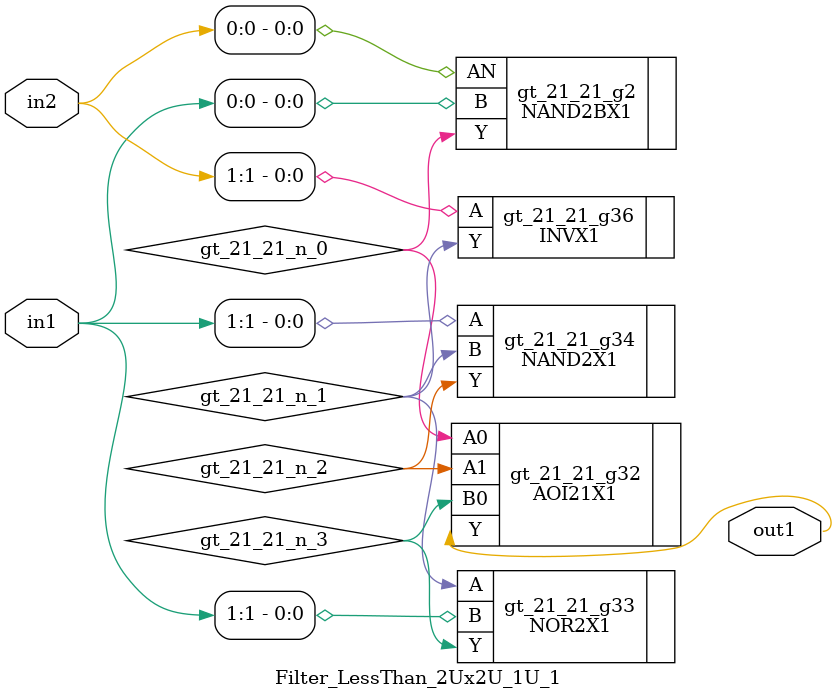
<source format=v>
`timescale 1ps / 1ps


module Filter_LessThan_2Ux2U_1U_1(in2, in1, out1);
  input [1:0] in2, in1;
  output out1;
  wire [1:0] in2, in1;
  wire out1;
  wire gt_21_21_n_0, gt_21_21_n_1, gt_21_21_n_2, gt_21_21_n_3;
  AOI21X1 gt_21_21_g32(.A0 (gt_21_21_n_0), .A1 (gt_21_21_n_2), .B0
       (gt_21_21_n_3), .Y (out1));
  NOR2X1 gt_21_21_g33(.A (gt_21_21_n_1), .B (in1[1]), .Y
       (gt_21_21_n_3));
  NAND2X1 gt_21_21_g34(.A (in1[1]), .B (gt_21_21_n_1), .Y
       (gt_21_21_n_2));
  INVX1 gt_21_21_g36(.A (in2[1]), .Y (gt_21_21_n_1));
  NAND2BX1 gt_21_21_g2(.AN (in2[0]), .B (in1[0]), .Y (gt_21_21_n_0));
endmodule


</source>
